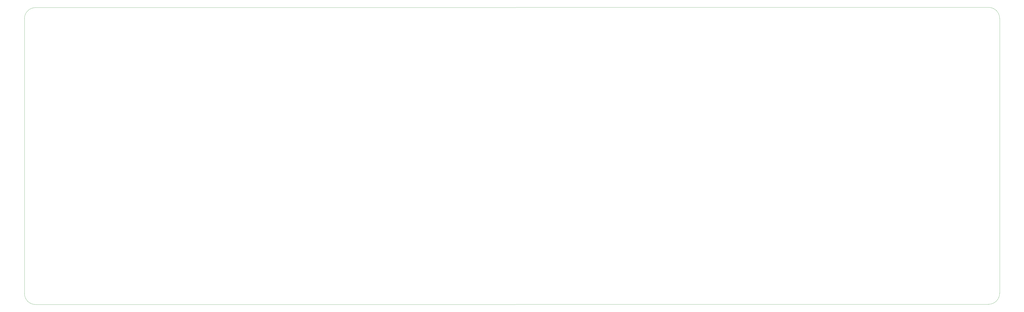
<source format=gbr>
%TF.GenerationSoftware,KiCad,Pcbnew,8.0.7-8.0.7-0~ubuntu24.04.1*%
%TF.CreationDate,2024-12-30T16:45:41-05:00*%
%TF.ProjectId,NAK100,4e414b31-3030-42e6-9b69-6361645f7063,rev?*%
%TF.SameCoordinates,Original*%
%TF.FileFunction,Profile,NP*%
%FSLAX46Y46*%
G04 Gerber Fmt 4.6, Leading zero omitted, Abs format (unit mm)*
G04 Created by KiCad (PCBNEW 8.0.7-8.0.7-0~ubuntu24.04.1) date 2024-12-30 16:45:41*
%MOMM*%
%LPD*%
G01*
G04 APERTURE LIST*
%TA.AperFunction,Profile*%
%ADD10C,0.050000*%
%TD*%
G04 APERTURE END LIST*
D10*
X523900000Y-74900000D02*
G75*
G02*
X528900000Y-79900000I0J-5000000D01*
G01*
X528900000Y-203900000D02*
G75*
G02*
X523900000Y-208900000I-5000000J0D01*
G01*
X95100000Y-209000000D02*
G75*
G02*
X90100000Y-204000000I0J5000000D01*
G01*
X90100000Y-80000000D02*
G75*
G02*
X95100000Y-75000000I5000000J0D01*
G01*
X95100000Y-209000000D02*
X523900000Y-208900000D01*
X528900000Y-203900000D02*
X528900000Y-79900000D01*
X90100000Y-80000000D02*
X90100000Y-204000000D01*
X523900000Y-74900000D02*
X95100000Y-75000000D01*
M02*

</source>
